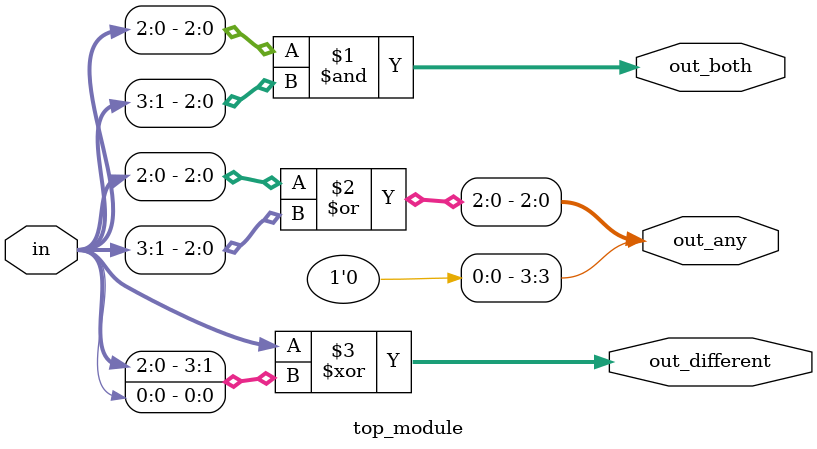
<source format=sv>
module top_module (
	input [3:0] in,
	output [2:0] out_both,
	output [3:0] out_any,
	output [3:0] out_different
);

assign out_both = in[2:0] & in[3:1];
assign out_any = {1'b0, in[2:0] | in[3:1]};
assign out_different = in ^ {in[2:0], in[0]};

endmodule

</source>
